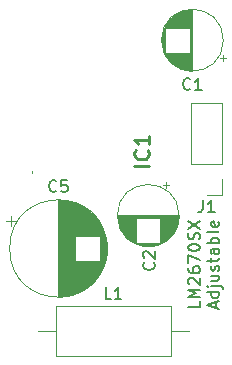
<source format=gbr>
%TF.GenerationSoftware,KiCad,Pcbnew,7.0.1*%
%TF.CreationDate,2023-06-01T20:52:03-07:00*%
%TF.ProjectId,LM2670-ADJ-Carrier,4c4d3236-3730-42d4-9144-4a2d43617272,rev?*%
%TF.SameCoordinates,Original*%
%TF.FileFunction,Legend,Top*%
%TF.FilePolarity,Positive*%
%FSLAX46Y46*%
G04 Gerber Fmt 4.6, Leading zero omitted, Abs format (unit mm)*
G04 Created by KiCad (PCBNEW 7.0.1) date 2023-06-01 20:52:03*
%MOMM*%
%LPD*%
G01*
G04 APERTURE LIST*
%ADD10C,0.150000*%
%ADD11C,0.254000*%
%ADD12C,0.120000*%
%ADD13C,0.100000*%
G04 APERTURE END LIST*
D10*
X152532997Y-111960346D02*
X152532997Y-112436536D01*
X152532997Y-112436536D02*
X151532997Y-112436536D01*
X152532997Y-111627012D02*
X151532997Y-111627012D01*
X151532997Y-111627012D02*
X152247282Y-111293679D01*
X152247282Y-111293679D02*
X151532997Y-110960346D01*
X151532997Y-110960346D02*
X152532997Y-110960346D01*
X151628235Y-110531774D02*
X151580616Y-110484155D01*
X151580616Y-110484155D02*
X151532997Y-110388917D01*
X151532997Y-110388917D02*
X151532997Y-110150822D01*
X151532997Y-110150822D02*
X151580616Y-110055584D01*
X151580616Y-110055584D02*
X151628235Y-110007965D01*
X151628235Y-110007965D02*
X151723473Y-109960346D01*
X151723473Y-109960346D02*
X151818711Y-109960346D01*
X151818711Y-109960346D02*
X151961568Y-110007965D01*
X151961568Y-110007965D02*
X152532997Y-110579393D01*
X152532997Y-110579393D02*
X152532997Y-109960346D01*
X151532997Y-109103203D02*
X151532997Y-109293679D01*
X151532997Y-109293679D02*
X151580616Y-109388917D01*
X151580616Y-109388917D02*
X151628235Y-109436536D01*
X151628235Y-109436536D02*
X151771092Y-109531774D01*
X151771092Y-109531774D02*
X151961568Y-109579393D01*
X151961568Y-109579393D02*
X152342520Y-109579393D01*
X152342520Y-109579393D02*
X152437758Y-109531774D01*
X152437758Y-109531774D02*
X152485378Y-109484155D01*
X152485378Y-109484155D02*
X152532997Y-109388917D01*
X152532997Y-109388917D02*
X152532997Y-109198441D01*
X152532997Y-109198441D02*
X152485378Y-109103203D01*
X152485378Y-109103203D02*
X152437758Y-109055584D01*
X152437758Y-109055584D02*
X152342520Y-109007965D01*
X152342520Y-109007965D02*
X152104425Y-109007965D01*
X152104425Y-109007965D02*
X152009187Y-109055584D01*
X152009187Y-109055584D02*
X151961568Y-109103203D01*
X151961568Y-109103203D02*
X151913949Y-109198441D01*
X151913949Y-109198441D02*
X151913949Y-109388917D01*
X151913949Y-109388917D02*
X151961568Y-109484155D01*
X151961568Y-109484155D02*
X152009187Y-109531774D01*
X152009187Y-109531774D02*
X152104425Y-109579393D01*
X151532997Y-108674631D02*
X151532997Y-108007965D01*
X151532997Y-108007965D02*
X152532997Y-108436536D01*
X151532997Y-107436536D02*
X151532997Y-107341298D01*
X151532997Y-107341298D02*
X151580616Y-107246060D01*
X151580616Y-107246060D02*
X151628235Y-107198441D01*
X151628235Y-107198441D02*
X151723473Y-107150822D01*
X151723473Y-107150822D02*
X151913949Y-107103203D01*
X151913949Y-107103203D02*
X152152044Y-107103203D01*
X152152044Y-107103203D02*
X152342520Y-107150822D01*
X152342520Y-107150822D02*
X152437758Y-107198441D01*
X152437758Y-107198441D02*
X152485378Y-107246060D01*
X152485378Y-107246060D02*
X152532997Y-107341298D01*
X152532997Y-107341298D02*
X152532997Y-107436536D01*
X152532997Y-107436536D02*
X152485378Y-107531774D01*
X152485378Y-107531774D02*
X152437758Y-107579393D01*
X152437758Y-107579393D02*
X152342520Y-107627012D01*
X152342520Y-107627012D02*
X152152044Y-107674631D01*
X152152044Y-107674631D02*
X151913949Y-107674631D01*
X151913949Y-107674631D02*
X151723473Y-107627012D01*
X151723473Y-107627012D02*
X151628235Y-107579393D01*
X151628235Y-107579393D02*
X151580616Y-107531774D01*
X151580616Y-107531774D02*
X151532997Y-107436536D01*
X152485378Y-106722250D02*
X152532997Y-106579393D01*
X152532997Y-106579393D02*
X152532997Y-106341298D01*
X152532997Y-106341298D02*
X152485378Y-106246060D01*
X152485378Y-106246060D02*
X152437758Y-106198441D01*
X152437758Y-106198441D02*
X152342520Y-106150822D01*
X152342520Y-106150822D02*
X152247282Y-106150822D01*
X152247282Y-106150822D02*
X152152044Y-106198441D01*
X152152044Y-106198441D02*
X152104425Y-106246060D01*
X152104425Y-106246060D02*
X152056806Y-106341298D01*
X152056806Y-106341298D02*
X152009187Y-106531774D01*
X152009187Y-106531774D02*
X151961568Y-106627012D01*
X151961568Y-106627012D02*
X151913949Y-106674631D01*
X151913949Y-106674631D02*
X151818711Y-106722250D01*
X151818711Y-106722250D02*
X151723473Y-106722250D01*
X151723473Y-106722250D02*
X151628235Y-106674631D01*
X151628235Y-106674631D02*
X151580616Y-106627012D01*
X151580616Y-106627012D02*
X151532997Y-106531774D01*
X151532997Y-106531774D02*
X151532997Y-106293679D01*
X151532997Y-106293679D02*
X151580616Y-106150822D01*
X151532997Y-105817488D02*
X152532997Y-105150822D01*
X151532997Y-105150822D02*
X152532997Y-105817488D01*
X153867282Y-112507965D02*
X153867282Y-112031775D01*
X154152997Y-112603203D02*
X153152997Y-112269870D01*
X153152997Y-112269870D02*
X154152997Y-111936537D01*
X154152997Y-111174632D02*
X153152997Y-111174632D01*
X154105378Y-111174632D02*
X154152997Y-111269870D01*
X154152997Y-111269870D02*
X154152997Y-111460346D01*
X154152997Y-111460346D02*
X154105378Y-111555584D01*
X154105378Y-111555584D02*
X154057758Y-111603203D01*
X154057758Y-111603203D02*
X153962520Y-111650822D01*
X153962520Y-111650822D02*
X153676806Y-111650822D01*
X153676806Y-111650822D02*
X153581568Y-111603203D01*
X153581568Y-111603203D02*
X153533949Y-111555584D01*
X153533949Y-111555584D02*
X153486330Y-111460346D01*
X153486330Y-111460346D02*
X153486330Y-111269870D01*
X153486330Y-111269870D02*
X153533949Y-111174632D01*
X153486330Y-110698441D02*
X154343473Y-110698441D01*
X154343473Y-110698441D02*
X154438711Y-110746060D01*
X154438711Y-110746060D02*
X154486330Y-110841298D01*
X154486330Y-110841298D02*
X154486330Y-110888917D01*
X153152997Y-110698441D02*
X153200616Y-110746060D01*
X153200616Y-110746060D02*
X153248235Y-110698441D01*
X153248235Y-110698441D02*
X153200616Y-110650822D01*
X153200616Y-110650822D02*
X153152997Y-110698441D01*
X153152997Y-110698441D02*
X153248235Y-110698441D01*
X153486330Y-109793680D02*
X154152997Y-109793680D01*
X153486330Y-110222251D02*
X154010139Y-110222251D01*
X154010139Y-110222251D02*
X154105378Y-110174632D01*
X154105378Y-110174632D02*
X154152997Y-110079394D01*
X154152997Y-110079394D02*
X154152997Y-109936537D01*
X154152997Y-109936537D02*
X154105378Y-109841299D01*
X154105378Y-109841299D02*
X154057758Y-109793680D01*
X154105378Y-109365108D02*
X154152997Y-109269870D01*
X154152997Y-109269870D02*
X154152997Y-109079394D01*
X154152997Y-109079394D02*
X154105378Y-108984156D01*
X154105378Y-108984156D02*
X154010139Y-108936537D01*
X154010139Y-108936537D02*
X153962520Y-108936537D01*
X153962520Y-108936537D02*
X153867282Y-108984156D01*
X153867282Y-108984156D02*
X153819663Y-109079394D01*
X153819663Y-109079394D02*
X153819663Y-109222251D01*
X153819663Y-109222251D02*
X153772044Y-109317489D01*
X153772044Y-109317489D02*
X153676806Y-109365108D01*
X153676806Y-109365108D02*
X153629187Y-109365108D01*
X153629187Y-109365108D02*
X153533949Y-109317489D01*
X153533949Y-109317489D02*
X153486330Y-109222251D01*
X153486330Y-109222251D02*
X153486330Y-109079394D01*
X153486330Y-109079394D02*
X153533949Y-108984156D01*
X153486330Y-108650822D02*
X153486330Y-108269870D01*
X153152997Y-108507965D02*
X154010139Y-108507965D01*
X154010139Y-108507965D02*
X154105378Y-108460346D01*
X154105378Y-108460346D02*
X154152997Y-108365108D01*
X154152997Y-108365108D02*
X154152997Y-108269870D01*
X154152997Y-107507965D02*
X153629187Y-107507965D01*
X153629187Y-107507965D02*
X153533949Y-107555584D01*
X153533949Y-107555584D02*
X153486330Y-107650822D01*
X153486330Y-107650822D02*
X153486330Y-107841298D01*
X153486330Y-107841298D02*
X153533949Y-107936536D01*
X154105378Y-107507965D02*
X154152997Y-107603203D01*
X154152997Y-107603203D02*
X154152997Y-107841298D01*
X154152997Y-107841298D02*
X154105378Y-107936536D01*
X154105378Y-107936536D02*
X154010139Y-107984155D01*
X154010139Y-107984155D02*
X153914901Y-107984155D01*
X153914901Y-107984155D02*
X153819663Y-107936536D01*
X153819663Y-107936536D02*
X153772044Y-107841298D01*
X153772044Y-107841298D02*
X153772044Y-107603203D01*
X153772044Y-107603203D02*
X153724425Y-107507965D01*
X154152997Y-107031774D02*
X153152997Y-107031774D01*
X153533949Y-107031774D02*
X153486330Y-106936536D01*
X153486330Y-106936536D02*
X153486330Y-106746060D01*
X153486330Y-106746060D02*
X153533949Y-106650822D01*
X153533949Y-106650822D02*
X153581568Y-106603203D01*
X153581568Y-106603203D02*
X153676806Y-106555584D01*
X153676806Y-106555584D02*
X153962520Y-106555584D01*
X153962520Y-106555584D02*
X154057758Y-106603203D01*
X154057758Y-106603203D02*
X154105378Y-106650822D01*
X154105378Y-106650822D02*
X154152997Y-106746060D01*
X154152997Y-106746060D02*
X154152997Y-106936536D01*
X154152997Y-106936536D02*
X154105378Y-107031774D01*
X154152997Y-105984155D02*
X154105378Y-106079393D01*
X154105378Y-106079393D02*
X154010139Y-106127012D01*
X154010139Y-106127012D02*
X153152997Y-106127012D01*
X154105378Y-105222250D02*
X154152997Y-105317488D01*
X154152997Y-105317488D02*
X154152997Y-105507964D01*
X154152997Y-105507964D02*
X154105378Y-105603202D01*
X154105378Y-105603202D02*
X154010139Y-105650821D01*
X154010139Y-105650821D02*
X153629187Y-105650821D01*
X153629187Y-105650821D02*
X153533949Y-105603202D01*
X153533949Y-105603202D02*
X153486330Y-105507964D01*
X153486330Y-105507964D02*
X153486330Y-105317488D01*
X153486330Y-105317488D02*
X153533949Y-105222250D01*
X153533949Y-105222250D02*
X153629187Y-105174631D01*
X153629187Y-105174631D02*
X153724425Y-105174631D01*
X153724425Y-105174631D02*
X153819663Y-105650821D01*
%TO.C,J1*%
X152776115Y-103409619D02*
X152776115Y-104123904D01*
X152776115Y-104123904D02*
X152728496Y-104266761D01*
X152728496Y-104266761D02*
X152633258Y-104362000D01*
X152633258Y-104362000D02*
X152490401Y-104409619D01*
X152490401Y-104409619D02*
X152395163Y-104409619D01*
X153776115Y-104409619D02*
X153204687Y-104409619D01*
X153490401Y-104409619D02*
X153490401Y-103409619D01*
X153490401Y-103409619D02*
X153395163Y-103552476D01*
X153395163Y-103552476D02*
X153299925Y-103647714D01*
X153299925Y-103647714D02*
X153204687Y-103695333D01*
%TO.C,L1*%
X145025016Y-111774995D02*
X144548826Y-111774995D01*
X144548826Y-111774995D02*
X144548826Y-110774995D01*
X145882159Y-111774995D02*
X145310731Y-111774995D01*
X145596445Y-111774995D02*
X145596445Y-110774995D01*
X145596445Y-110774995D02*
X145501207Y-110917852D01*
X145501207Y-110917852D02*
X145405969Y-111013090D01*
X145405969Y-111013090D02*
X145310731Y-111060709D01*
%TO.C,C5*%
X140382719Y-102600349D02*
X140335100Y-102647969D01*
X140335100Y-102647969D02*
X140192243Y-102695588D01*
X140192243Y-102695588D02*
X140097005Y-102695588D01*
X140097005Y-102695588D02*
X139954148Y-102647969D01*
X139954148Y-102647969D02*
X139858910Y-102552730D01*
X139858910Y-102552730D02*
X139811291Y-102457492D01*
X139811291Y-102457492D02*
X139763672Y-102267016D01*
X139763672Y-102267016D02*
X139763672Y-102124159D01*
X139763672Y-102124159D02*
X139811291Y-101933683D01*
X139811291Y-101933683D02*
X139858910Y-101838445D01*
X139858910Y-101838445D02*
X139954148Y-101743207D01*
X139954148Y-101743207D02*
X140097005Y-101695588D01*
X140097005Y-101695588D02*
X140192243Y-101695588D01*
X140192243Y-101695588D02*
X140335100Y-101743207D01*
X140335100Y-101743207D02*
X140382719Y-101790826D01*
X141287481Y-101695588D02*
X140811291Y-101695588D01*
X140811291Y-101695588D02*
X140763672Y-102171778D01*
X140763672Y-102171778D02*
X140811291Y-102124159D01*
X140811291Y-102124159D02*
X140906529Y-102076540D01*
X140906529Y-102076540D02*
X141144624Y-102076540D01*
X141144624Y-102076540D02*
X141239862Y-102124159D01*
X141239862Y-102124159D02*
X141287481Y-102171778D01*
X141287481Y-102171778D02*
X141335100Y-102267016D01*
X141335100Y-102267016D02*
X141335100Y-102505111D01*
X141335100Y-102505111D02*
X141287481Y-102600349D01*
X141287481Y-102600349D02*
X141239862Y-102647969D01*
X141239862Y-102647969D02*
X141144624Y-102695588D01*
X141144624Y-102695588D02*
X140906529Y-102695588D01*
X140906529Y-102695588D02*
X140811291Y-102647969D01*
X140811291Y-102647969D02*
X140763672Y-102600349D01*
%TO.C,C2*%
X148625542Y-108669564D02*
X148673162Y-108717183D01*
X148673162Y-108717183D02*
X148720781Y-108860040D01*
X148720781Y-108860040D02*
X148720781Y-108955278D01*
X148720781Y-108955278D02*
X148673162Y-109098135D01*
X148673162Y-109098135D02*
X148577923Y-109193373D01*
X148577923Y-109193373D02*
X148482685Y-109240992D01*
X148482685Y-109240992D02*
X148292209Y-109288611D01*
X148292209Y-109288611D02*
X148149352Y-109288611D01*
X148149352Y-109288611D02*
X147958876Y-109240992D01*
X147958876Y-109240992D02*
X147863638Y-109193373D01*
X147863638Y-109193373D02*
X147768400Y-109098135D01*
X147768400Y-109098135D02*
X147720781Y-108955278D01*
X147720781Y-108955278D02*
X147720781Y-108860040D01*
X147720781Y-108860040D02*
X147768400Y-108717183D01*
X147768400Y-108717183D02*
X147816019Y-108669564D01*
X147816019Y-108288611D02*
X147768400Y-108240992D01*
X147768400Y-108240992D02*
X147720781Y-108145754D01*
X147720781Y-108145754D02*
X147720781Y-107907659D01*
X147720781Y-107907659D02*
X147768400Y-107812421D01*
X147768400Y-107812421D02*
X147816019Y-107764802D01*
X147816019Y-107764802D02*
X147911257Y-107717183D01*
X147911257Y-107717183D02*
X148006495Y-107717183D01*
X148006495Y-107717183D02*
X148149352Y-107764802D01*
X148149352Y-107764802D02*
X148720781Y-108336230D01*
X148720781Y-108336230D02*
X148720781Y-107717183D01*
%TO.C,C1*%
X151734027Y-93969864D02*
X151686408Y-94017484D01*
X151686408Y-94017484D02*
X151543551Y-94065103D01*
X151543551Y-94065103D02*
X151448313Y-94065103D01*
X151448313Y-94065103D02*
X151305456Y-94017484D01*
X151305456Y-94017484D02*
X151210218Y-93922245D01*
X151210218Y-93922245D02*
X151162599Y-93827007D01*
X151162599Y-93827007D02*
X151114980Y-93636531D01*
X151114980Y-93636531D02*
X151114980Y-93493674D01*
X151114980Y-93493674D02*
X151162599Y-93303198D01*
X151162599Y-93303198D02*
X151210218Y-93207960D01*
X151210218Y-93207960D02*
X151305456Y-93112722D01*
X151305456Y-93112722D02*
X151448313Y-93065103D01*
X151448313Y-93065103D02*
X151543551Y-93065103D01*
X151543551Y-93065103D02*
X151686408Y-93112722D01*
X151686408Y-93112722D02*
X151734027Y-93160341D01*
X152686408Y-94065103D02*
X152114980Y-94065103D01*
X152400694Y-94065103D02*
X152400694Y-93065103D01*
X152400694Y-93065103D02*
X152305456Y-93207960D01*
X152305456Y-93207960D02*
X152210218Y-93303198D01*
X152210218Y-93303198D02*
X152114980Y-93350817D01*
D11*
%TO.C,IC1*%
X148244078Y-100475545D02*
X146974078Y-100475545D01*
X148123125Y-99145068D02*
X148183602Y-99205544D01*
X148183602Y-99205544D02*
X148244078Y-99386973D01*
X148244078Y-99386973D02*
X148244078Y-99507925D01*
X148244078Y-99507925D02*
X148183602Y-99689354D01*
X148183602Y-99689354D02*
X148062649Y-99810306D01*
X148062649Y-99810306D02*
X147941697Y-99870783D01*
X147941697Y-99870783D02*
X147699792Y-99931259D01*
X147699792Y-99931259D02*
X147518363Y-99931259D01*
X147518363Y-99931259D02*
X147276459Y-99870783D01*
X147276459Y-99870783D02*
X147155506Y-99810306D01*
X147155506Y-99810306D02*
X147034554Y-99689354D01*
X147034554Y-99689354D02*
X146974078Y-99507925D01*
X146974078Y-99507925D02*
X146974078Y-99386973D01*
X146974078Y-99386973D02*
X147034554Y-99205544D01*
X147034554Y-99205544D02*
X147095030Y-99145068D01*
X148244078Y-97935544D02*
X148244078Y-98661259D01*
X148244078Y-98298402D02*
X146974078Y-98298402D01*
X146974078Y-98298402D02*
X147155506Y-98419354D01*
X147155506Y-98419354D02*
X147276459Y-98540306D01*
X147276459Y-98540306D02*
X147336935Y-98661259D01*
D12*
%TO.C,J1*%
X154439449Y-102947000D02*
X153109449Y-102947000D01*
X154439449Y-101617000D02*
X154439449Y-102947000D01*
X154439449Y-100347000D02*
X154439449Y-95207000D01*
X154439449Y-100347000D02*
X151779449Y-100347000D01*
X154439449Y-95207000D02*
X151779449Y-95207000D01*
X151779449Y-100347000D02*
X151779449Y-95207000D01*
%TO.C,L1*%
X138811683Y-114432376D02*
X140321683Y-114432376D01*
X140321683Y-112312376D02*
X140321683Y-116552376D01*
X140321683Y-116552376D02*
X150061683Y-116552376D01*
X150061683Y-112312376D02*
X140321683Y-112312376D01*
X150061683Y-116552376D02*
X150061683Y-112312376D01*
X151571683Y-114432376D02*
X150061683Y-114432376D01*
%TO.C,C5*%
X136139688Y-105167969D02*
X136939688Y-105167969D01*
X136539688Y-104767969D02*
X136539688Y-105567969D01*
X140549386Y-103402969D02*
X140549386Y-111562969D01*
X140589386Y-103402969D02*
X140589386Y-111562969D01*
X140629386Y-103402969D02*
X140629386Y-111562969D01*
X140669386Y-103403969D02*
X140669386Y-111561969D01*
X140709386Y-103405969D02*
X140709386Y-111559969D01*
X140749386Y-103406969D02*
X140749386Y-111558969D01*
X140789386Y-103408969D02*
X140789386Y-111556969D01*
X140829386Y-103411969D02*
X140829386Y-111553969D01*
X140869386Y-103414969D02*
X140869386Y-111550969D01*
X140909386Y-103417969D02*
X140909386Y-111547969D01*
X140949386Y-103421969D02*
X140949386Y-111543969D01*
X140989386Y-103425969D02*
X140989386Y-111539969D01*
X141029386Y-103430969D02*
X141029386Y-111534969D01*
X141069386Y-103434969D02*
X141069386Y-111530969D01*
X141109386Y-103440969D02*
X141109386Y-111524969D01*
X141149386Y-103445969D02*
X141149386Y-111519969D01*
X141189386Y-103452969D02*
X141189386Y-111512969D01*
X141229386Y-103458969D02*
X141229386Y-111506969D01*
X141270386Y-103465969D02*
X141270386Y-111499969D01*
X141310386Y-103472969D02*
X141310386Y-111492969D01*
X141350386Y-103480969D02*
X141350386Y-111484969D01*
X141390386Y-103488969D02*
X141390386Y-111476969D01*
X141430386Y-103497969D02*
X141430386Y-111467969D01*
X141470386Y-103506969D02*
X141470386Y-111458969D01*
X141510386Y-103515969D02*
X141510386Y-111449969D01*
X141550386Y-103525969D02*
X141550386Y-111439969D01*
X141590386Y-103535969D02*
X141590386Y-111429969D01*
X141630386Y-103546969D02*
X141630386Y-111418969D01*
X141670386Y-103557969D02*
X141670386Y-111407969D01*
X141710386Y-103568969D02*
X141710386Y-111396969D01*
X141750386Y-103580969D02*
X141750386Y-111384969D01*
X141790386Y-103593969D02*
X141790386Y-111371969D01*
X141830386Y-103605969D02*
X141830386Y-111359969D01*
X141870386Y-103619969D02*
X141870386Y-111345969D01*
X141910386Y-103632969D02*
X141910386Y-111332969D01*
X141950386Y-103647969D02*
X141950386Y-111317969D01*
X141990386Y-103661969D02*
X141990386Y-111303969D01*
X142030386Y-103677969D02*
X142030386Y-106442969D01*
X142030386Y-108522969D02*
X142030386Y-111287969D01*
X142070386Y-103692969D02*
X142070386Y-106442969D01*
X142070386Y-108522969D02*
X142070386Y-111272969D01*
X142110386Y-103708969D02*
X142110386Y-106442969D01*
X142110386Y-108522969D02*
X142110386Y-111256969D01*
X142150386Y-103725969D02*
X142150386Y-106442969D01*
X142150386Y-108522969D02*
X142150386Y-111239969D01*
X142190386Y-103742969D02*
X142190386Y-106442969D01*
X142190386Y-108522969D02*
X142190386Y-111222969D01*
X142230386Y-103760969D02*
X142230386Y-106442969D01*
X142230386Y-108522969D02*
X142230386Y-111204969D01*
X142270386Y-103778969D02*
X142270386Y-106442969D01*
X142270386Y-108522969D02*
X142270386Y-111186969D01*
X142310386Y-103796969D02*
X142310386Y-106442969D01*
X142310386Y-108522969D02*
X142310386Y-111168969D01*
X142350386Y-103816969D02*
X142350386Y-106442969D01*
X142350386Y-108522969D02*
X142350386Y-111148969D01*
X142390386Y-103835969D02*
X142390386Y-106442969D01*
X142390386Y-108522969D02*
X142390386Y-111129969D01*
X142430386Y-103855969D02*
X142430386Y-106442969D01*
X142430386Y-108522969D02*
X142430386Y-111109969D01*
X142470386Y-103876969D02*
X142470386Y-106442969D01*
X142470386Y-108522969D02*
X142470386Y-111088969D01*
X142510386Y-103898969D02*
X142510386Y-106442969D01*
X142510386Y-108522969D02*
X142510386Y-111066969D01*
X142550386Y-103920969D02*
X142550386Y-106442969D01*
X142550386Y-108522969D02*
X142550386Y-111044969D01*
X142590386Y-103942969D02*
X142590386Y-106442969D01*
X142590386Y-108522969D02*
X142590386Y-111022969D01*
X142630386Y-103965969D02*
X142630386Y-106442969D01*
X142630386Y-108522969D02*
X142630386Y-110999969D01*
X142670386Y-103989969D02*
X142670386Y-106442969D01*
X142670386Y-108522969D02*
X142670386Y-110975969D01*
X142710386Y-104013969D02*
X142710386Y-106442969D01*
X142710386Y-108522969D02*
X142710386Y-110951969D01*
X142750386Y-104038969D02*
X142750386Y-106442969D01*
X142750386Y-108522969D02*
X142750386Y-110926969D01*
X142790386Y-104064969D02*
X142790386Y-106442969D01*
X142790386Y-108522969D02*
X142790386Y-110900969D01*
X142830386Y-104090969D02*
X142830386Y-106442969D01*
X142830386Y-108522969D02*
X142830386Y-110874969D01*
X142870386Y-104117969D02*
X142870386Y-106442969D01*
X142870386Y-108522969D02*
X142870386Y-110847969D01*
X142910386Y-104144969D02*
X142910386Y-106442969D01*
X142910386Y-108522969D02*
X142910386Y-110820969D01*
X142950386Y-104173969D02*
X142950386Y-106442969D01*
X142950386Y-108522969D02*
X142950386Y-110791969D01*
X142990386Y-104202969D02*
X142990386Y-106442969D01*
X142990386Y-108522969D02*
X142990386Y-110762969D01*
X143030386Y-104232969D02*
X143030386Y-106442969D01*
X143030386Y-108522969D02*
X143030386Y-110732969D01*
X143070386Y-104262969D02*
X143070386Y-106442969D01*
X143070386Y-108522969D02*
X143070386Y-110702969D01*
X143110386Y-104293969D02*
X143110386Y-106442969D01*
X143110386Y-108522969D02*
X143110386Y-110671969D01*
X143150386Y-104326969D02*
X143150386Y-106442969D01*
X143150386Y-108522969D02*
X143150386Y-110638969D01*
X143190386Y-104358969D02*
X143190386Y-106442969D01*
X143190386Y-108522969D02*
X143190386Y-110606969D01*
X143230386Y-104392969D02*
X143230386Y-106442969D01*
X143230386Y-108522969D02*
X143230386Y-110572969D01*
X143270386Y-104427969D02*
X143270386Y-106442969D01*
X143270386Y-108522969D02*
X143270386Y-110537969D01*
X143310386Y-104463969D02*
X143310386Y-106442969D01*
X143310386Y-108522969D02*
X143310386Y-110501969D01*
X143350386Y-104499969D02*
X143350386Y-106442969D01*
X143350386Y-108522969D02*
X143350386Y-110465969D01*
X143390386Y-104537969D02*
X143390386Y-106442969D01*
X143390386Y-108522969D02*
X143390386Y-110427969D01*
X143430386Y-104575969D02*
X143430386Y-106442969D01*
X143430386Y-108522969D02*
X143430386Y-110389969D01*
X143470386Y-104615969D02*
X143470386Y-106442969D01*
X143470386Y-108522969D02*
X143470386Y-110349969D01*
X143510386Y-104656969D02*
X143510386Y-106442969D01*
X143510386Y-108522969D02*
X143510386Y-110308969D01*
X143550386Y-104698969D02*
X143550386Y-106442969D01*
X143550386Y-108522969D02*
X143550386Y-110266969D01*
X143590386Y-104741969D02*
X143590386Y-106442969D01*
X143590386Y-108522969D02*
X143590386Y-110223969D01*
X143630386Y-104785969D02*
X143630386Y-106442969D01*
X143630386Y-108522969D02*
X143630386Y-110179969D01*
X143670386Y-104831969D02*
X143670386Y-106442969D01*
X143670386Y-108522969D02*
X143670386Y-110133969D01*
X143710386Y-104878969D02*
X143710386Y-106442969D01*
X143710386Y-108522969D02*
X143710386Y-110086969D01*
X143750386Y-104926969D02*
X143750386Y-106442969D01*
X143750386Y-108522969D02*
X143750386Y-110038969D01*
X143790386Y-104977969D02*
X143790386Y-106442969D01*
X143790386Y-108522969D02*
X143790386Y-109987969D01*
X143830386Y-105028969D02*
X143830386Y-106442969D01*
X143830386Y-108522969D02*
X143830386Y-109936969D01*
X143870386Y-105082969D02*
X143870386Y-106442969D01*
X143870386Y-108522969D02*
X143870386Y-109882969D01*
X143910386Y-105137969D02*
X143910386Y-106442969D01*
X143910386Y-108522969D02*
X143910386Y-109827969D01*
X143950386Y-105195969D02*
X143950386Y-106442969D01*
X143950386Y-108522969D02*
X143950386Y-109769969D01*
X143990386Y-105254969D02*
X143990386Y-106442969D01*
X143990386Y-108522969D02*
X143990386Y-109710969D01*
X144030386Y-105316969D02*
X144030386Y-106442969D01*
X144030386Y-108522969D02*
X144030386Y-109648969D01*
X144070386Y-105380969D02*
X144070386Y-106442969D01*
X144070386Y-108522969D02*
X144070386Y-109584969D01*
X144110386Y-105448969D02*
X144110386Y-109516969D01*
X144150386Y-105518969D02*
X144150386Y-109446969D01*
X144190386Y-105592969D02*
X144190386Y-109372969D01*
X144230386Y-105669969D02*
X144230386Y-109295969D01*
X144270386Y-105751969D02*
X144270386Y-109213969D01*
X144310386Y-105837969D02*
X144310386Y-109127969D01*
X144350386Y-105930969D02*
X144350386Y-109034969D01*
X144390386Y-106029969D02*
X144390386Y-108935969D01*
X144430386Y-106136969D02*
X144430386Y-108828969D01*
X144470386Y-106253969D02*
X144470386Y-108711969D01*
X144510386Y-106384969D02*
X144510386Y-108580969D01*
X144550386Y-106534969D02*
X144550386Y-108430969D01*
X144590386Y-106714969D02*
X144590386Y-108250969D01*
X144630386Y-106949969D02*
X144630386Y-108015969D01*
X144669386Y-107482969D02*
G75*
G03*
X144669386Y-107482969I-4120000J0D01*
G01*
%TO.C,C2*%
X149633263Y-101885080D02*
X149633263Y-102385080D01*
X149883263Y-102135080D02*
X149383263Y-102135080D01*
X150738263Y-104689855D02*
X145578263Y-104689855D01*
X150738263Y-104729855D02*
X145578263Y-104729855D01*
X150737263Y-104769855D02*
X145579263Y-104769855D01*
X150736263Y-104809855D02*
X145580263Y-104809855D01*
X150734263Y-104849855D02*
X145582263Y-104849855D01*
X150731263Y-104889855D02*
X145585263Y-104889855D01*
X150727263Y-104929855D02*
X149198263Y-104929855D01*
X147118263Y-104929855D02*
X145589263Y-104929855D01*
X150723263Y-104969855D02*
X149198263Y-104969855D01*
X147118263Y-104969855D02*
X145593263Y-104969855D01*
X150719263Y-105009855D02*
X149198263Y-105009855D01*
X147118263Y-105009855D02*
X145597263Y-105009855D01*
X150714263Y-105049855D02*
X149198263Y-105049855D01*
X147118263Y-105049855D02*
X145602263Y-105049855D01*
X150708263Y-105089855D02*
X149198263Y-105089855D01*
X147118263Y-105089855D02*
X145608263Y-105089855D01*
X150701263Y-105129855D02*
X149198263Y-105129855D01*
X147118263Y-105129855D02*
X145615263Y-105129855D01*
X150694263Y-105169855D02*
X149198263Y-105169855D01*
X147118263Y-105169855D02*
X145622263Y-105169855D01*
X150686263Y-105209855D02*
X149198263Y-105209855D01*
X147118263Y-105209855D02*
X145630263Y-105209855D01*
X150678263Y-105249855D02*
X149198263Y-105249855D01*
X147118263Y-105249855D02*
X145638263Y-105249855D01*
X150669263Y-105289855D02*
X149198263Y-105289855D01*
X147118263Y-105289855D02*
X145647263Y-105289855D01*
X150659263Y-105329855D02*
X149198263Y-105329855D01*
X147118263Y-105329855D02*
X145657263Y-105329855D01*
X150649263Y-105369855D02*
X149198263Y-105369855D01*
X147118263Y-105369855D02*
X145667263Y-105369855D01*
X150638263Y-105410855D02*
X149198263Y-105410855D01*
X147118263Y-105410855D02*
X145678263Y-105410855D01*
X150626263Y-105450855D02*
X149198263Y-105450855D01*
X147118263Y-105450855D02*
X145690263Y-105450855D01*
X150613263Y-105490855D02*
X149198263Y-105490855D01*
X147118263Y-105490855D02*
X145703263Y-105490855D01*
X150600263Y-105530855D02*
X149198263Y-105530855D01*
X147118263Y-105530855D02*
X145716263Y-105530855D01*
X150586263Y-105570855D02*
X149198263Y-105570855D01*
X147118263Y-105570855D02*
X145730263Y-105570855D01*
X150572263Y-105610855D02*
X149198263Y-105610855D01*
X147118263Y-105610855D02*
X145744263Y-105610855D01*
X150556263Y-105650855D02*
X149198263Y-105650855D01*
X147118263Y-105650855D02*
X145760263Y-105650855D01*
X150540263Y-105690855D02*
X149198263Y-105690855D01*
X147118263Y-105690855D02*
X145776263Y-105690855D01*
X150523263Y-105730855D02*
X149198263Y-105730855D01*
X147118263Y-105730855D02*
X145793263Y-105730855D01*
X150506263Y-105770855D02*
X149198263Y-105770855D01*
X147118263Y-105770855D02*
X145810263Y-105770855D01*
X150487263Y-105810855D02*
X149198263Y-105810855D01*
X147118263Y-105810855D02*
X145829263Y-105810855D01*
X150468263Y-105850855D02*
X149198263Y-105850855D01*
X147118263Y-105850855D02*
X145848263Y-105850855D01*
X150448263Y-105890855D02*
X149198263Y-105890855D01*
X147118263Y-105890855D02*
X145868263Y-105890855D01*
X150426263Y-105930855D02*
X149198263Y-105930855D01*
X147118263Y-105930855D02*
X145890263Y-105930855D01*
X150405263Y-105970855D02*
X149198263Y-105970855D01*
X147118263Y-105970855D02*
X145911263Y-105970855D01*
X150382263Y-106010855D02*
X149198263Y-106010855D01*
X147118263Y-106010855D02*
X145934263Y-106010855D01*
X150358263Y-106050855D02*
X149198263Y-106050855D01*
X147118263Y-106050855D02*
X145958263Y-106050855D01*
X150333263Y-106090855D02*
X149198263Y-106090855D01*
X147118263Y-106090855D02*
X145983263Y-106090855D01*
X150307263Y-106130855D02*
X149198263Y-106130855D01*
X147118263Y-106130855D02*
X146009263Y-106130855D01*
X150280263Y-106170855D02*
X149198263Y-106170855D01*
X147118263Y-106170855D02*
X146036263Y-106170855D01*
X150253263Y-106210855D02*
X149198263Y-106210855D01*
X147118263Y-106210855D02*
X146063263Y-106210855D01*
X150223263Y-106250855D02*
X149198263Y-106250855D01*
X147118263Y-106250855D02*
X146093263Y-106250855D01*
X150193263Y-106290855D02*
X149198263Y-106290855D01*
X147118263Y-106290855D02*
X146123263Y-106290855D01*
X150162263Y-106330855D02*
X149198263Y-106330855D01*
X147118263Y-106330855D02*
X146154263Y-106330855D01*
X150129263Y-106370855D02*
X149198263Y-106370855D01*
X147118263Y-106370855D02*
X146187263Y-106370855D01*
X150095263Y-106410855D02*
X149198263Y-106410855D01*
X147118263Y-106410855D02*
X146221263Y-106410855D01*
X150059263Y-106450855D02*
X149198263Y-106450855D01*
X147118263Y-106450855D02*
X146257263Y-106450855D01*
X150022263Y-106490855D02*
X149198263Y-106490855D01*
X147118263Y-106490855D02*
X146294263Y-106490855D01*
X149984263Y-106530855D02*
X149198263Y-106530855D01*
X147118263Y-106530855D02*
X146332263Y-106530855D01*
X149943263Y-106570855D02*
X149198263Y-106570855D01*
X147118263Y-106570855D02*
X146373263Y-106570855D01*
X149901263Y-106610855D02*
X149198263Y-106610855D01*
X147118263Y-106610855D02*
X146415263Y-106610855D01*
X149857263Y-106650855D02*
X149198263Y-106650855D01*
X147118263Y-106650855D02*
X146459263Y-106650855D01*
X149811263Y-106690855D02*
X149198263Y-106690855D01*
X147118263Y-106690855D02*
X146505263Y-106690855D01*
X149763263Y-106730855D02*
X149198263Y-106730855D01*
X147118263Y-106730855D02*
X146553263Y-106730855D01*
X149712263Y-106770855D02*
X149198263Y-106770855D01*
X147118263Y-106770855D02*
X146604263Y-106770855D01*
X149658263Y-106810855D02*
X149198263Y-106810855D01*
X147118263Y-106810855D02*
X146658263Y-106810855D01*
X149601263Y-106850855D02*
X149198263Y-106850855D01*
X147118263Y-106850855D02*
X146715263Y-106850855D01*
X149541263Y-106890855D02*
X149198263Y-106890855D01*
X147118263Y-106890855D02*
X146775263Y-106890855D01*
X149477263Y-106930855D02*
X149198263Y-106930855D01*
X147118263Y-106930855D02*
X146839263Y-106930855D01*
X149409263Y-106970855D02*
X149198263Y-106970855D01*
X147118263Y-106970855D02*
X146907263Y-106970855D01*
X149336263Y-107010855D02*
X146980263Y-107010855D01*
X149256263Y-107050855D02*
X147060263Y-107050855D01*
X149169263Y-107090855D02*
X147147263Y-107090855D01*
X149073263Y-107130855D02*
X147243263Y-107130855D01*
X148963263Y-107170855D02*
X147353263Y-107170855D01*
X148835263Y-107210855D02*
X147481263Y-107210855D01*
X148676263Y-107250855D02*
X147640263Y-107250855D01*
X148442263Y-107290855D02*
X147874263Y-107290855D01*
X150778263Y-104689855D02*
G75*
G03*
X150778263Y-104689855I-2620000J0D01*
G01*
%TO.C,C1*%
X154705469Y-91327484D02*
X154205469Y-91327484D01*
X154455469Y-91577484D02*
X154455469Y-91077484D01*
X151900694Y-92432484D02*
X151900694Y-87272484D01*
X151860694Y-92432484D02*
X151860694Y-87272484D01*
X151820694Y-92431484D02*
X151820694Y-87273484D01*
X151780694Y-92430484D02*
X151780694Y-87274484D01*
X151740694Y-92428484D02*
X151740694Y-87276484D01*
X151700694Y-92425484D02*
X151700694Y-87279484D01*
X151660694Y-92421484D02*
X151660694Y-90892484D01*
X151660694Y-88812484D02*
X151660694Y-87283484D01*
X151620694Y-92417484D02*
X151620694Y-90892484D01*
X151620694Y-88812484D02*
X151620694Y-87287484D01*
X151580694Y-92413484D02*
X151580694Y-90892484D01*
X151580694Y-88812484D02*
X151580694Y-87291484D01*
X151540694Y-92408484D02*
X151540694Y-90892484D01*
X151540694Y-88812484D02*
X151540694Y-87296484D01*
X151500694Y-92402484D02*
X151500694Y-90892484D01*
X151500694Y-88812484D02*
X151500694Y-87302484D01*
X151460694Y-92395484D02*
X151460694Y-90892484D01*
X151460694Y-88812484D02*
X151460694Y-87309484D01*
X151420694Y-92388484D02*
X151420694Y-90892484D01*
X151420694Y-88812484D02*
X151420694Y-87316484D01*
X151380694Y-92380484D02*
X151380694Y-90892484D01*
X151380694Y-88812484D02*
X151380694Y-87324484D01*
X151340694Y-92372484D02*
X151340694Y-90892484D01*
X151340694Y-88812484D02*
X151340694Y-87332484D01*
X151300694Y-92363484D02*
X151300694Y-90892484D01*
X151300694Y-88812484D02*
X151300694Y-87341484D01*
X151260694Y-92353484D02*
X151260694Y-90892484D01*
X151260694Y-88812484D02*
X151260694Y-87351484D01*
X151220694Y-92343484D02*
X151220694Y-90892484D01*
X151220694Y-88812484D02*
X151220694Y-87361484D01*
X151179694Y-92332484D02*
X151179694Y-90892484D01*
X151179694Y-88812484D02*
X151179694Y-87372484D01*
X151139694Y-92320484D02*
X151139694Y-90892484D01*
X151139694Y-88812484D02*
X151139694Y-87384484D01*
X151099694Y-92307484D02*
X151099694Y-90892484D01*
X151099694Y-88812484D02*
X151099694Y-87397484D01*
X151059694Y-92294484D02*
X151059694Y-90892484D01*
X151059694Y-88812484D02*
X151059694Y-87410484D01*
X151019694Y-92280484D02*
X151019694Y-90892484D01*
X151019694Y-88812484D02*
X151019694Y-87424484D01*
X150979694Y-92266484D02*
X150979694Y-90892484D01*
X150979694Y-88812484D02*
X150979694Y-87438484D01*
X150939694Y-92250484D02*
X150939694Y-90892484D01*
X150939694Y-88812484D02*
X150939694Y-87454484D01*
X150899694Y-92234484D02*
X150899694Y-90892484D01*
X150899694Y-88812484D02*
X150899694Y-87470484D01*
X150859694Y-92217484D02*
X150859694Y-90892484D01*
X150859694Y-88812484D02*
X150859694Y-87487484D01*
X150819694Y-92200484D02*
X150819694Y-90892484D01*
X150819694Y-88812484D02*
X150819694Y-87504484D01*
X150779694Y-92181484D02*
X150779694Y-90892484D01*
X150779694Y-88812484D02*
X150779694Y-87523484D01*
X150739694Y-92162484D02*
X150739694Y-90892484D01*
X150739694Y-88812484D02*
X150739694Y-87542484D01*
X150699694Y-92142484D02*
X150699694Y-90892484D01*
X150699694Y-88812484D02*
X150699694Y-87562484D01*
X150659694Y-92120484D02*
X150659694Y-90892484D01*
X150659694Y-88812484D02*
X150659694Y-87584484D01*
X150619694Y-92099484D02*
X150619694Y-90892484D01*
X150619694Y-88812484D02*
X150619694Y-87605484D01*
X150579694Y-92076484D02*
X150579694Y-90892484D01*
X150579694Y-88812484D02*
X150579694Y-87628484D01*
X150539694Y-92052484D02*
X150539694Y-90892484D01*
X150539694Y-88812484D02*
X150539694Y-87652484D01*
X150499694Y-92027484D02*
X150499694Y-90892484D01*
X150499694Y-88812484D02*
X150499694Y-87677484D01*
X150459694Y-92001484D02*
X150459694Y-90892484D01*
X150459694Y-88812484D02*
X150459694Y-87703484D01*
X150419694Y-91974484D02*
X150419694Y-90892484D01*
X150419694Y-88812484D02*
X150419694Y-87730484D01*
X150379694Y-91947484D02*
X150379694Y-90892484D01*
X150379694Y-88812484D02*
X150379694Y-87757484D01*
X150339694Y-91917484D02*
X150339694Y-90892484D01*
X150339694Y-88812484D02*
X150339694Y-87787484D01*
X150299694Y-91887484D02*
X150299694Y-90892484D01*
X150299694Y-88812484D02*
X150299694Y-87817484D01*
X150259694Y-91856484D02*
X150259694Y-90892484D01*
X150259694Y-88812484D02*
X150259694Y-87848484D01*
X150219694Y-91823484D02*
X150219694Y-90892484D01*
X150219694Y-88812484D02*
X150219694Y-87881484D01*
X150179694Y-91789484D02*
X150179694Y-90892484D01*
X150179694Y-88812484D02*
X150179694Y-87915484D01*
X150139694Y-91753484D02*
X150139694Y-90892484D01*
X150139694Y-88812484D02*
X150139694Y-87951484D01*
X150099694Y-91716484D02*
X150099694Y-90892484D01*
X150099694Y-88812484D02*
X150099694Y-87988484D01*
X150059694Y-91678484D02*
X150059694Y-90892484D01*
X150059694Y-88812484D02*
X150059694Y-88026484D01*
X150019694Y-91637484D02*
X150019694Y-90892484D01*
X150019694Y-88812484D02*
X150019694Y-88067484D01*
X149979694Y-91595484D02*
X149979694Y-90892484D01*
X149979694Y-88812484D02*
X149979694Y-88109484D01*
X149939694Y-91551484D02*
X149939694Y-90892484D01*
X149939694Y-88812484D02*
X149939694Y-88153484D01*
X149899694Y-91505484D02*
X149899694Y-90892484D01*
X149899694Y-88812484D02*
X149899694Y-88199484D01*
X149859694Y-91457484D02*
X149859694Y-90892484D01*
X149859694Y-88812484D02*
X149859694Y-88247484D01*
X149819694Y-91406484D02*
X149819694Y-90892484D01*
X149819694Y-88812484D02*
X149819694Y-88298484D01*
X149779694Y-91352484D02*
X149779694Y-90892484D01*
X149779694Y-88812484D02*
X149779694Y-88352484D01*
X149739694Y-91295484D02*
X149739694Y-90892484D01*
X149739694Y-88812484D02*
X149739694Y-88409484D01*
X149699694Y-91235484D02*
X149699694Y-90892484D01*
X149699694Y-88812484D02*
X149699694Y-88469484D01*
X149659694Y-91171484D02*
X149659694Y-90892484D01*
X149659694Y-88812484D02*
X149659694Y-88533484D01*
X149619694Y-91103484D02*
X149619694Y-90892484D01*
X149619694Y-88812484D02*
X149619694Y-88601484D01*
X149579694Y-91030484D02*
X149579694Y-88674484D01*
X149539694Y-90950484D02*
X149539694Y-88754484D01*
X149499694Y-90863484D02*
X149499694Y-88841484D01*
X149459694Y-90767484D02*
X149459694Y-88937484D01*
X149419694Y-90657484D02*
X149419694Y-89047484D01*
X149379694Y-90529484D02*
X149379694Y-89175484D01*
X149339694Y-90370484D02*
X149339694Y-89334484D01*
X149299694Y-90136484D02*
X149299694Y-89568484D01*
X154520694Y-89852484D02*
G75*
G03*
X154520694Y-89852484I-2620000J0D01*
G01*
D13*
%TO.C,IC1*%
X138351749Y-100986800D02*
X138351749Y-100986800D01*
X138351749Y-101086800D02*
X138351749Y-101086800D01*
X138351749Y-101086800D02*
G75*
G03*
X138351749Y-100986800I0J50000D01*
G01*
X138351749Y-100986800D02*
G75*
G03*
X138351749Y-101086800I0J-50000D01*
G01*
%TD*%
M02*

</source>
